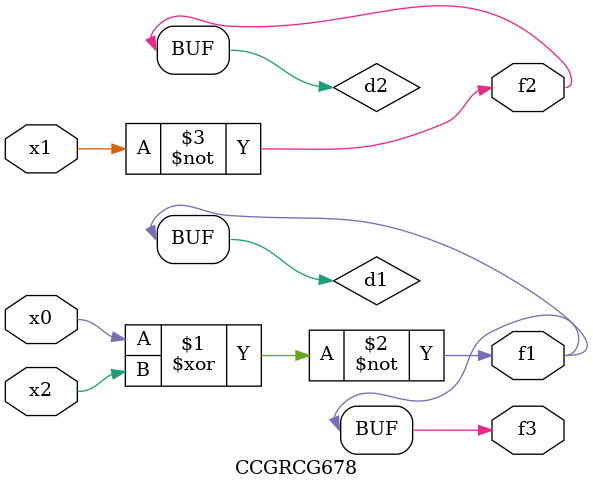
<source format=v>
module CCGRCG678(
	input x0, x1, x2,
	output f1, f2, f3
);

	wire d1, d2, d3;

	xnor (d1, x0, x2);
	nand (d2, x1);
	nor (d3, x1, x2);
	assign f1 = d1;
	assign f2 = d2;
	assign f3 = d1;
endmodule

</source>
